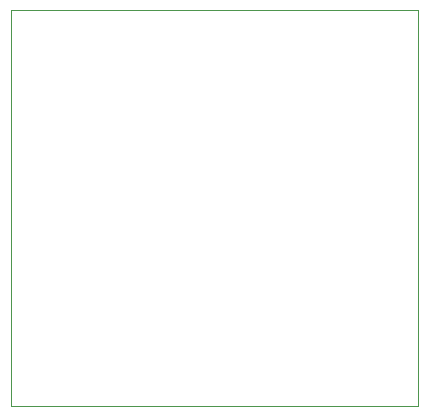
<source format=gbr>
%TF.GenerationSoftware,KiCad,Pcbnew,9.0.2*%
%TF.CreationDate,2025-06-19T09:16:00+05:30*%
%TF.ProjectId,FlashDot,466c6173-6844-46f7-942e-6b696361645f,rev?*%
%TF.SameCoordinates,Original*%
%TF.FileFunction,Profile,NP*%
%FSLAX46Y46*%
G04 Gerber Fmt 4.6, Leading zero omitted, Abs format (unit mm)*
G04 Created by KiCad (PCBNEW 9.0.2) date 2025-06-19 09:16:00*
%MOMM*%
%LPD*%
G01*
G04 APERTURE LIST*
%TA.AperFunction,Profile*%
%ADD10C,0.050000*%
%TD*%
G04 APERTURE END LIST*
D10*
X110000000Y-63500000D02*
X144500000Y-63500000D01*
X144500000Y-97000000D01*
X110000000Y-97000000D01*
X110000000Y-63500000D01*
M02*

</source>
